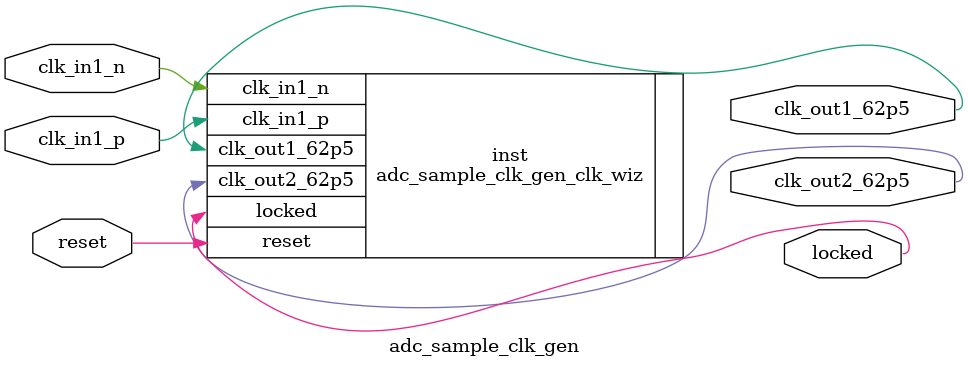
<source format=v>


`timescale 1ps/1ps

(* CORE_GENERATION_INFO = "adc_sample_clk_gen,clk_wiz_v6_0_5_0_0,{component_name=adc_sample_clk_gen,use_phase_alignment=true,use_min_o_jitter=false,use_max_i_jitter=false,use_dyn_phase_shift=false,use_inclk_switchover=false,use_dyn_reconfig=false,enable_axi=0,feedback_source=FDBK_AUTO,PRIMITIVE=MMCM,num_out_clk=2,clkin1_period=2.667,clkin2_period=10.0,use_power_down=false,use_reset=true,use_locked=true,use_inclk_stopped=false,feedback_type=SINGLE,CLOCK_MGR_TYPE=NA,manual_override=false}" *)

module adc_sample_clk_gen 
 (
  // Clock out ports
  output        clk_out1_62p5,
  output        clk_out2_62p5,
  // Status and control signals
  input         reset,
  output        locked,
 // Clock in ports
  input         clk_in1_p,
  input         clk_in1_n
 );

  adc_sample_clk_gen_clk_wiz inst
  (
  // Clock out ports  
  .clk_out1_62p5(clk_out1_62p5),
  .clk_out2_62p5(clk_out2_62p5),
  // Status and control signals               
  .reset(reset), 
  .locked(locked),
 // Clock in ports
  .clk_in1_p(clk_in1_p),
  .clk_in1_n(clk_in1_n)
  );

endmodule

</source>
